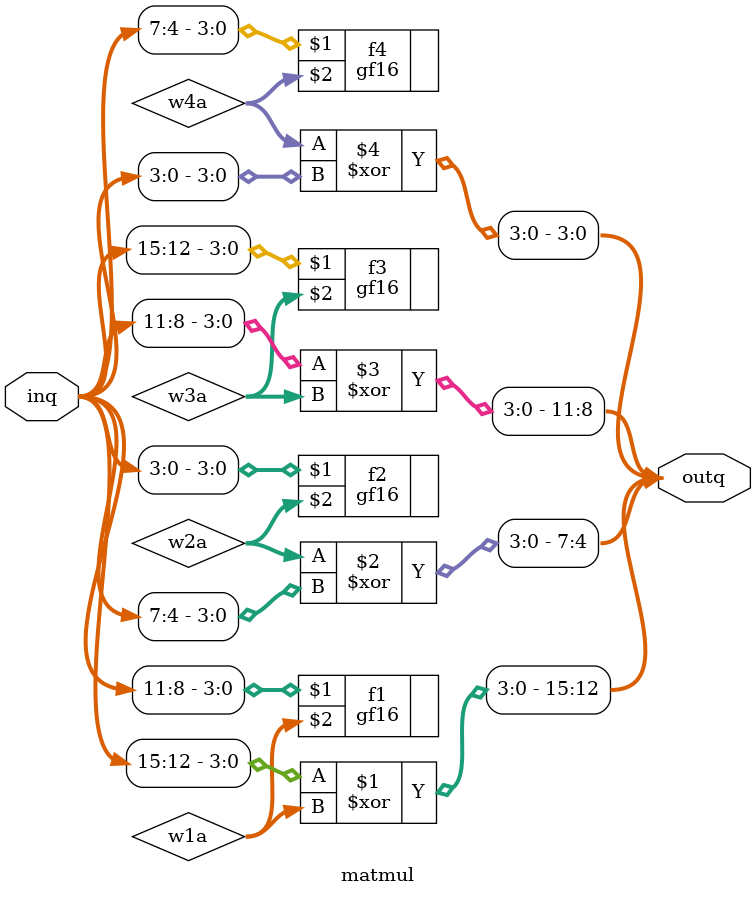
<source format=v>
module matmul(inq,outq);
input [15:0] inq;
wire[3:0] w1a,w2a,w3a,w4a;
output [15:0] outq; 

gf16 f1(inq[11:8],w1a);
gf16 f2(inq[3:0],w2a);
gf16 f3(inq[15:12],w3a);
gf16 f4(inq[7:4],w4a);
assign outq[15:12] = (inq[15:12]) ^ (w1a);
assign outq[7:4] = (w2a) ^  (inq[7:4]) ;
assign outq [11:8] = (inq[11:8]) ^ (w3a) ;
assign outq [3:0] = (w4a) ^ (inq[3:0]) ;
endmodule
</source>
